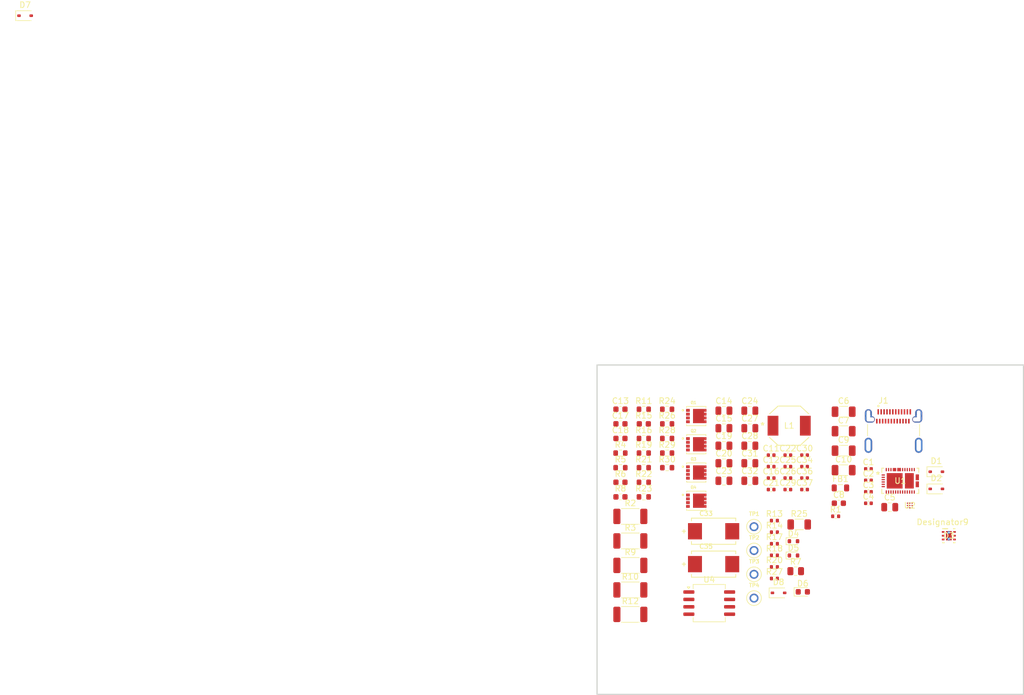
<source format=kicad_pcb>
(kicad_pcb (version 20241229) (generator "pcbnew") (generator_version "9.0")
  (layers (0 "F.Cu" signal) (4 "In1.Cu" signal) (6 "In2.Cu" signal) (8 "In3.Cu" signal) (10 "In4.Cu" signal) (12 "In5.Cu" signal) (14 "In6.Cu" signal) (2 "B.Cu" signal) (13 "F.Paste" user) (15 "B.Paste" user) (5 "F.SilkS" user "F.Silkscreen") (7 "B.SilkS" user "B.Silkscreen") (1 "F.Mask" user) (3 "B.Mask" user) (25 "Edge.Cuts" user))
  (net 0 "")
  (net 1 "Net-(D5-A)")
  (net 2 "Net-(D5-K)")
  (net 43 "Net-(J1-VBUSA1)")
  (net 44 "PGND")
  (net 45 "/VBUS")
  (net 49 "/USB_P")
  (net 50 "/USB_N")
  (net 51 "/CC1")
  (net 52 "/CC2")
  (net 53 "Net-(D4-A)")
  (net 55 "Net-(D4-K)")
  (net 119 "/charger/VBUS")
  (net 120 "VIN2")
  (net 121 "/charger/ACDRV2")
  (net 122 "VIN1")
  (net 123 "/charger/ACDRV1")
  (net 140 "Net-(Q1-Pad5)")
  (net 141 "Net-(Q2-Pad5)")
  (footprint "van-cooldown:TP_5001" (layer "F.Cu") (at 126.860003 88.805001)
    (property "Reference" "TP1")
    (property "Value" "TP Black")
  )
  (footprint "Resistor_SMD:R_0603_1608Metric" (layer "F.Cu") (at 111.940003 76.145001)
    (property "Reference" "R29")
    (property "Value" "14 kΩ")
  )
  (footprint "van-cooldown:D_TVS2200DRVR" (layer "F.Cu") (at 160.32 90.35)
    (property "Reference" "D3")
    (property "Value" "TVS2200DRVR")
  )
  (footprint "van-cooldown:J_DX07S024JJ2R1300" (layer "F.Cu") (at 150.825003 71.760001)
    (property "Reference" "J1")
    (property "Value" "DX07S024JJ2R1300")
    (fp_line (start -4.645 -2.65) (end -4.645 -1.325) (stroke (width 0.01)) (layer "Edge.Cuts"))
    (fp_line (start -4.345 -1.025) (end -3.62 -1.025) (stroke (width 0.01)) (layer "Edge.Cuts"))
    (fp_line (start -3.995 -1.775) (end -3.995 -2.65) (stroke (width 0.01)) (layer "Edge.Cuts"))
    (fp_line (start -3.62 -1.775) (end -3.995 -1.775) (stroke (width 0.01)) (layer "Edge.Cuts"))
    (fp_line (start -3.32 -1.325) (end -3.32 -1.475) (stroke (width 0.01)) (layer "Edge.Cuts"))
    (fp_line (start 3.32 -1.325) (end 3.32 -1.475) (stroke (width 0.01)) (layer "Edge.Cuts"))
    (fp_line (start 3.425 -0.33) (end 3.775 -0.33) (stroke (width 0.01)) (layer "Edge.Cuts"))
    (fp_line (start 3.62 -1.775) (end 3.995 -1.775) (stroke (width 0.01)) (layer "Edge.Cuts"))
    (fp_line (start 3.775 0.2) (end 3.425 0.2) (stroke (width 0.01)) (layer "Edge.Cuts"))
    (fp_line (start 3.995 -1.775) (end 3.995 -2.65) (stroke (width 0.01)) (layer "Edge.Cuts"))
    (fp_line (start 4.345 -1.025) (end 3.62 -1.025) (stroke (width 0.01)) (layer "Edge.Cuts"))
    (fp_line (start 4.645 -2.65) (end 4.645 -1.325) (stroke (width 0.01)) (layer "Edge.Cuts"))
    (fp_arc (start -4.645 -2.65) (mid -4.54981 -2.87981) (end -4.32 -2.975) (stroke (width 0.01)) (layer "Edge.Cuts"))
    (fp_arc (start -4.345 -1.025) (mid -4.557132 -1.112868) (end -4.645 -1.325) (stroke (width 0.01)) (layer "Edge.Cuts"))
    (fp_arc (start -4.32 -2.975) (mid -4.09019 -2.87981) (end -3.995 -2.65) (stroke (width 0.01)) (layer "Edge.Cuts"))
    (fp_arc (start -3.62 -1.775) (mid -3.407868 -1.687132) (end -3.32 -1.475) (stroke (width 0.01)) (layer "Edge.Cuts"))
    (fp_arc (start -3.32 -1.325) (mid -3.407868 -1.112868) (end -3.62 -1.025) (stroke (width 0.01)) (layer "Edge.Cuts"))
    (fp_arc (start 3.16 -0.065) (mid 3.237617 -0.252383) (end 3.425 -0.33) (stroke (width 0.01)) (layer "Edge.Cuts"))
    (fp_arc (start 3.32 -1.475) (mid 3.407868 -1.687132) (end 3.62 -1.775) (stroke (width 0.01)) (layer "Edge.Cuts"))
    (fp_arc (start 3.425 0.2) (mid 3.237617 0.122383) (end 3.16 -0.065) (stroke (width 0.01)) (layer "Edge.Cuts"))
    (fp_arc (start 3.62 -1.025) (mid 3.407868 -1.112868) (end 3.32 -1.325) (stroke (width 0.01)) (layer "Edge.Cuts"))
    (fp_arc (start 3.775 -0.33) (mid 3.962383 -0.252383) (end 4.04 -0.065) (stroke (width 0.01)) (layer "Edge.Cuts"))
    (fp_arc (start 3.995 -2.65) (mid 4.09019 -2.87981) (end 4.32 -2.975) (stroke (width 0.01)) (layer "Edge.Cuts"))
    (fp_arc (start 4.04 -0.065) (mid 3.962383 0.122383) (end 3.775 0.2) (stroke (width 0.01)) (layer "Edge.Cuts"))
    (fp_arc (start 4.32 -2.975) (mid 4.54981 -2.87981) (end 4.645 -2.65) (stroke (width 0.01)) (layer "Edge.Cuts"))
    (fp_arc (start 4.645 -1.325) (mid 4.557132 -1.112868) (end 4.345 -1.025) (stroke (width 0.01)) (layer "Edge.Cuts"))
  )
  (footprint "van-cooldown:Q_CSD17575Q3" (layer "F.Cu") (at 116.945003 84.335001)
    (property "Reference" "Q4")
    (property "Value" "CSD17575Q3")
  )
  (footprint "Capacitor_SMD:C_0402_1005Metric" (layer "F.Cu") (at 146.510003 78.865001)
    (property "Reference" "C1")
    (property "Value" "10000 pF")
  )
  (footprint "Diode_SMD:D_SOD-323" (layer "F.Cu") (at 131.075003 100.175001)
    (property "Reference" "D8")
    (property "Value" "30V 200mA")
  )
  (footprint "Resistor_SMD:R_0603_1608Metric" (layer "F.Cu") (at 107.930003 78.655001)
    (property "Reference" "R21")
    (property "Value" "27 kΩ")
  )
  (footprint "Resistor_SMD:R_2010_5025Metric" (layer "F.Cu") (at 105.620003 99.665001)
    (property "Reference" "R10")
    (property "Value" "10 mOhms")
  )
  (footprint "van-cooldown:Q_CSD17575Q3" (layer "F.Cu") (at 116.945003 74.635001)
    (property "Reference" "Q2")
    (property "Value" "CSD17575Q3")
  )
  (footprint "Package_SO:SOIC-8_5.3x6.2mm_P1.27mm" (layer "F.Cu") (at 119.170003 101.935001)
    (property "Reference" "U4")
    (property "Value" "CAT24C512WI-GT3")
  )
  (footprint "Capacitor_SMD:C_0402_1005Metric" (layer "F.Cu") (at 129.800003 80.445001)
    (property "Reference" "C16")
    (property "Value" "0.1 µF")
  )
  (footprint "Capacitor_SMD:C_0603_1608Metric" (layer "F.Cu") (at 107.930003 71.125001)
    (property "Reference" "R15")
    (property "Value" "100 Ω")
  )
  (footprint "Capacitor_SMD:C_0402_1005Metric" (layer "F.Cu") (at 129.800003 76.505001)
    (property "Reference" "C11")
    (property "Value" "1 nF")
  )
  (footprint "Capacitor_SMD:C_0805_2012Metric" (layer "F.Cu") (at 150.170003 85.445001)
    (property "Reference" "C5")
    (property "Value" "4.7 uF")
  )
  (footprint "Capacitor_SMD:C_0603_1608Metric" (layer "F.Cu") (at 103.920003 73.635001)
    (property "Reference" "C18")
    (property "Value" "4.7 uF")
  )
  (footprint "Capacitor_SMD:C_0805_2012Metric" (layer "F.Cu") (at 121.690003 71.875001)
    (property "Reference" "C15")
    (property "Value" "10 µF")
  )
  (footprint "Capacitor_SMD:C_0402_1005Metric" (layer "F.Cu") (at 132.670003 80.445001)
    (property "Reference" "C26")
    (property "Value" "0.1 µF")
  )
  (footprint "Resistor_SMD:R_0603_1608Metric" (layer "F.Cu") (at 103.920003 78.655001)
    (property "Reference" "R5")
    (property "Value" "294 Ω")
  )
  (footprint "Capacitor_SMD:C_0402_1005Metric" (layer "F.Cu") (at 146.510003 82.805001)
    (property "Reference" "C3")
    (property "Value" "10000 pF")
  )
  (footprint "Capacitor_SMD:C_0402_1005Metric" (layer "F.Cu") (at 146.510003 84.775001)
    (property "Reference" "C4")
    (property "Value" "10000 pF")
  )
  (footprint "Resistor_SMD:R_2010_5025Metric" (layer "F.Cu") (at 105.620003 103.875001)
    (property "Reference" "R12")
    (property "Value" "10 mOhms")
  )
  (footprint "Resistor_SMD:R_0402_1005Metric" (layer "F.Cu") (at 130.360003 89.745001)
    (property "Reference" "R14")
    (property "Value" "30.1 kΩ")
  )
  (footprint "Inductor_SMD:L_0805_2012Metric" (layer "F.Cu") (at 141.700003 82.135001)
    (property "Reference" "FB1")
    (property "Value" "21 Ω")
  )
  (footprint "Resistor_SMD:R_0603_1608Metric" (layer "F.Cu") (at 107.930003 81.165001)
    (property "Reference" "R22")
    (property "Value" "255 kΩ")
  )
  (footprint "Capacitor_SMD:C_0603_1608Metric" (layer "F.Cu") (at 141.430003 84.765001)
    (property "Reference" "C8")
    (property "Value" "330 pF")
  )
  (footprint "van-cooldown:IC_TPD2S300YFFR" (layer "F.Cu") (at 153.615003 85.160001)
    (property "Reference" "U2")
    (property "Value" "TPD2S300YFFR")
  )
  (footprint "Capacitor_SMD:C_0402_1005Metric" (layer "F.Cu") (at 146.510003 80.835001)
    (property "Reference" "C2")
    (property "Value" "10000 pF")
  )
  (footprint "Resistor_SMD:R_0603_1608Metric" (layer "F.Cu") (at 111.940003 68.615001)
    (property "Reference" "R24")
    (property "Value" "4.75 kΩ")
  )
  (footprint "Capacitor_SMD:C_1206_3216Metric" (layer "F.Cu") (at 142.250003 79.085001)
    (property "Reference" "C10")
    (property "Value" "10 µF")
  )
  (footprint "Capacitor_SMD:C_0805_2012Metric" (layer "F.Cu") (at 121.690003 74.885001)
    (property "Reference" "C19")
    (property "Value" "10 µF")
  )
  (footprint "Capacitor_SMD:C_0603_1608Metric" (layer "F.Cu") (at 103.920003 83.675001)
    (property "Reference" "R8")
    (property "Value" "0 Ω")
  )
  (footprint "Capacitor_SMD:C_0402_1005Metric" (layer "F.Cu") (at 132.670003 78.475001)
    (property "Reference" "C25")
    (property "Value" "0.1 µF")
  )
  (footprint "Capacitor_SMD:C_0603_1608Metric" (layer "F.Cu") (at 103.920003 71.125001)
    (property "Reference" "C17")
    (property "Value" "10 µF")
  )
  (footprint "Resistor_SMD:R_0603_1608Metric" (layer "F.Cu") (at 107.930003 68.615001)
    (property "Reference" "R11")
    (property "Value" "100 kOhms")
  )
  (footprint "Resistor_SMD:R_0603_1608Metric" (layer "F.Cu") (at 107.930003 76.145001)
    (property "Reference" "R19")
    (property "Value" "127 kΩ")
  )
  (footprint "Resistor_SMD:R_0603_1608Metric" (layer "F.Cu") (at 111.940003 71.125001)
    (property "Reference" "R26")
    (property "Value" "3.57 kΩ")
  )
  (footprint "Diode_SMD:D_SOD-323" (layer "F.Cu") (at 1.67 0.975)
    (property "Reference" "D7")
    (property "Value" "30V 200mA")
  )
  (footprint "van-cooldown:Q_CSD17575Q3" (layer "F.Cu") (at 116.945003 79.485001)
    (property "Reference" "Q3")
    (property "Value" "CSD17575Q3")
  )
  (footprint "Capacitor_SMD:C_0603_1608Metric" (layer "F.Cu") (at 103.920003 68.615001)
    (property "Reference" "C13")
    (property "Value" "10 µF")
  )
  (footprint "Capacitor_SMD:C_0402_1005Metric" (layer "F.Cu") (at 135.540003 76.505001)
    (property "Reference" "C30")
    (property "Value" "0.1 µF")
  )
  (footprint "Capacitor_SMD:C_1206_3216Metric" (layer "F.Cu") (at 142.250003 72.385001)
    (property "Reference" "C7")
    (property "Value" "10 µF")
  )
  (footprint "Capacitor_SMD:C_0805_2012Metric" (layer "F.Cu") (at 121.690003 80.905001)
    (property "Reference" "C23")
    (property "Value" "10 µF")
  )
  (footprint "Diode_SMD:D_SOD-323" (layer "F.Cu") (at 158.175003 82.305001)
    (property "Reference" "D2")
    (property "Value" "PESD5V0L1BA-115")
  )
  (footprint "Resistor_SMD:R_2010_5025Metric" (layer "F.Cu") (at 105.620003 95.455001)
    (property "Reference" "R9")
    (property "Value" "10 mOhms")
  )
  (footprint "Resistor_SMD:R_0402_1005Metric" (layer "F.Cu") (at 130.360003 87.755001)
    (property "Reference" "R13")
    (property "Value" "5.23 kΩ")
  )
  (footprint "Capacitor_SMD:C_0805_2012Metric" (layer "F.Cu") (at 126.140003 68.865001)
    (property "Reference" "C24")
    (property "Value" "10 µF")
  )
  (footprint "Resistor_SMD:R_0603_1608Metric" (layer "F.Cu") (at 111.940003 78.655001)
    (property "Reference" "R30")
    (property "Value" "10.5 kΩ")
  )
  (footprint "Capacitor_SMD:C_0402_1005Metric" (layer "F.Cu") (at 135.540003 80.445001)
    (property "Reference" "C36")
    (property "Value" "0.047 µF")
  )
  (footprint "Resistor_SMD:R_0603_1608Metric" (layer "F.Cu") (at 107.930003 73.635001)
    (property "Reference" "R16")
    (property "Value" "18 kΩ")
  )
  (footprint "Resistor_SMD:R_0402_1005Metric" (layer "F.Cu") (at 130.360003 93.725001)
    (property "Reference" "R18")
    (property "Value" "7.68 kΩ")
  )
  (footprint "Capacitor_SMD:C_0402_1005Metric" (layer "F.Cu") (at 132.670003 82.415001)
    (property "Reference" "C29")
    (property "Value" "0.1 µF")
  )
  (footprint "Capacitor_SMD:C_0805_2012Metric" (layer "F.Cu") (at 126.140003 71.875001)
    (property "Reference" "C27")
    (property "Value" "10 µF")
  )
  (footprint "Capacitor_SMD:C_0402_1005Metric" (layer "F.Cu") (at 132.670003 76.505001)
    (property "Reference" "C22")
    (property "Value" "1000 pF")
  )
  (footprint "LED_SMD:LED_0603_1608Metric" (layer "F.Cu") (at 135.240003 99.995001)
    (property "Reference" "D6")
    (property "Value" "Led Green")
  )
  (footprint "van-cooldown:IC_TPS25751DREFR" (layer "F.Cu") (at 151.979603 80.914601)
    (property "Reference" "U1")
    (property "Value" "TPS25751SRSMR")
  )
  (footprint "Capacitor_SMD:C_1206_3216Metric" (layer "F.Cu") (at 142.250003 69.035001)
    (property "Reference" "C6")
    (property "Value" "10 µF")
  )
  (footprint "van-cooldown:C_ECASD31D476M040KA0" (layer "F.Cu") (at 119.920003 89.585001)
    (property "Reference" "C33")
    (property "Value" "33 µF")
  )
  (footprint "Capacitor_SMD:C_0402_1005Metric" (layer "F.Cu") (at 135.540003 78.475001)
    (property "Reference" "C34")
    (property "Value" "0.1 µF")
  )
  (footprint "Diode_SMD:D_SOD-523" (layer "F.Cu") (at 133.635003 91.295001)
    (property "Reference" "D4")
    (property "Value" "12V")
  )
  (footprint "Resistor_SMD:R_0402_1005Metric" (layer "F.Cu") (at 130.360003 97.705001)
    (property "Reference" "R27")
    (property "Value" "2.21 kΩ")
  )
  (footprint "Capacitor_SMD:C_0402_1005Metric" (layer "F.Cu") (at 129.800003 82.415001)
    (property "Reference" "C21")
    (property "Value" "0.1 µF")
  )
  (footprint "Capacitor_SMD:C_0603_1608Metric" (layer "F.Cu") (at 103.920003 81.165001)
    (property "Reference" "R6")
    (property "Value" "0 Ω")
  )
  (footprint "Diode_SMD:D_SOD-323" (layer "F.Cu") (at 158.175003 79.355001)
    (property "Reference" "D1")
    (property "Value" "PESD5V0L1BA-115")
  )
  (footprint "Capacitor_SMD:C_0805_2012Metric" (layer "F.Cu") (at 126.140003 74.885001)
    (property "Reference" "C28")
    (property "Value" "10 µF")
  )
  (footprint "Capacitor_SMD:C_0805_2012Metric" (layer "F.Cu") (at 121.690003 68.865001)
    (property "Reference" "C14")
    (property "Value" "10 µF")
  )
  (footprint "Capacitor_SMD:C_0805_2012Metric" (layer "F.Cu") (at 126.140003 77.895001)
    (property "Reference" "C31")
    (property "Value" "10 µF")
  )
  (footprint "Capacitor_SMD:C_1206_3216Metric" (layer "F.Cu") (at 142.250003 75.735001)
    (property "Reference" "C9")
    (property "Value" "10 µF")
  )
  (footprint "Resistor_SMD:R_0603_1608Metric" (layer "F.Cu") (at 111.940003 73.635001)
    (property "Reference" "R28")
    (property "Value" "8.2 kOhms")
  )
  (footprint "Resistor_SMD:R_0805_2012Metric" (layer "F.Cu") (at 134.020003 96.445001)
    (property "Reference" "R7")
    (property "Value" "0 Ω")
  )
  (footprint "Capacitor_SMD:C_0402_1005Metric" (layer "F.Cu") (at 135.540003 82.415001)
    (property "Reference" "C37")
    (property "Value" "0.047 µF")
  )
  (footprint "Resistor_SMD:R_0603_1608Metric" (layer "F.Cu") (at 103.920003 76.145001)
    (property "Reference" "R4")
    (property "Value" "294 Ω")
  )
  (footprint "Resistor_SMD:R_0402_1005Metric" (layer "F.Cu") (at 130.360003 95.715001)
    (property "Reference" "R20")
    (property "Value" "4.87 kΩ")
  )
  (footprint "Capacitor_SMD:C_0805_2012Metric" (layer "F.Cu") (at 121.690003 77.895001)
    (property "Reference" "C20")
    (property "Value" "10 µF")
  )
  (footprint "van-cooldown:TP_5003" (layer "F.Cu") (at 126.860003 96.985001)
    (property "Reference" "TP3")
    (property "Value" "TP Orange")
  )
  (footprint "van-cooldown:TP_5000" (layer "F.Cu") (at 126.860003 101.075001)
    (property "Reference" "TP4")
    (property "Value" "TP Red")
  )
  (footprint "Resistor_SMD:R_1206_3216Metric" (layer "F.Cu") (at 134.620003 88.415001)
    (property "Reference" "R25")
    (property "Value" "10 Ω")
  )
  (footprint "van-cooldown:C_ECASD31D476M040KA0" (layer "F.Cu") (at 119.920003 95.235001)
    (property "Reference" "C35")
    (property "Value" "33 µF")
  )
  (footprint "van-cooldown:Q_CSD17575Q3" (layer "F.Cu") (at 116.945003 69.785001)
    (property "Reference" "Q1")
    (property "Value" "CSD17575Q3")
  )
  (footprint "Diode_SMD:D_SOD-523" (layer "F.Cu") (at 133.635003 93.745001)
    (property "Reference" "D5")
    (property "Value" "12V")
  )
  (footprint "Resistor_SMD:R_2010_5025Metric" (layer "F.Cu") (at 105.620003 91.245001)
    (property "Reference" "R3")
    (property "Value" "10 mOhms")
  )
  (footprint "Capacitor_SMD:C_0805_2012Metric" (layer "F.Cu") (at 126.140003 80.905001)
    (property "Reference" "C32")
    (property "Value" "10 µF")
  )
  (footprint "van-cooldown:IND_SPM6530_TDK" (layer "F.Cu") (at 132.895203 71.440201)
    (property "Reference" "L1")
    (property "Value" "1 µH")
  )
  (footprint "Resistor_SMD:R_0402_1005Metric" (layer "F.Cu") (at 140.880003 87.015001)
    (property "Reference" "R1")
    (property "Value" "3.3 kOhms")
  )
  (footprint "van-cooldown:TP_5002" (layer "F.Cu") (at 126.860003 92.895001)
    (property "Reference" "TP2")
    (property "Value" "TP White")
  )
  (footprint "Resistor_SMD:R_2010_5025Metric" (layer "F.Cu") (at 105.620003 87.035001)
    (property "Reference" "R2")
    (property "Value" "10 mOhms")
  )
  (footprint "Resistor_SMD:R_0402_1005Metric" (layer "F.Cu") (at 130.360003 91.735001)
    (property "Reference" "R17")
    (property "Value" "10 kΩ")
  )
  (footprint "Capacitor_SMD:C_0402_1005Metric" (layer "F.Cu") (at 129.800003 78.475001)
    (property "Reference" "C12")
    (property "Value" "1 nF")
  )
  (footprint "Resistor_SMD:R_0603_1608Metric" (layer "F.Cu") (at 107.930003 83.675001)
    (property "Reference" "R23")
    (property "Value" "6.2 kOhms")
  )
  (gr_rect (start 99.9 61.01) (end 173.14 117.62) (stroke (width 0.2)) (fill no) (layer "Edge.Cuts"))
)
</source>
